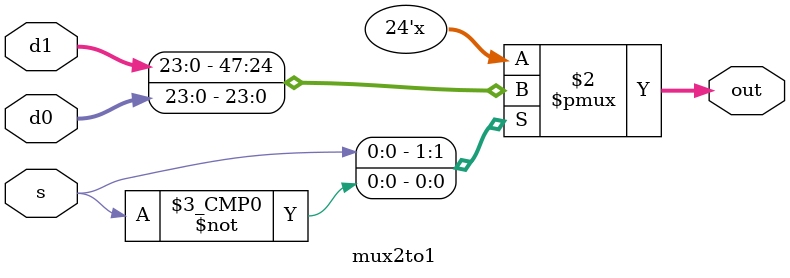
<source format=v>
module mux2to1 #(
		parameter size = 24
		)
		(d0,d1,s,out);
		input [size-1:0]d0,d1;
		input s;
		output reg [size-1:0]out;
		always @(*)begin
		  case(s)
		    1'b1: out <= d1;
		    1'b0: out <= d0;
		   endcase
		  end
endmodule
</source>
